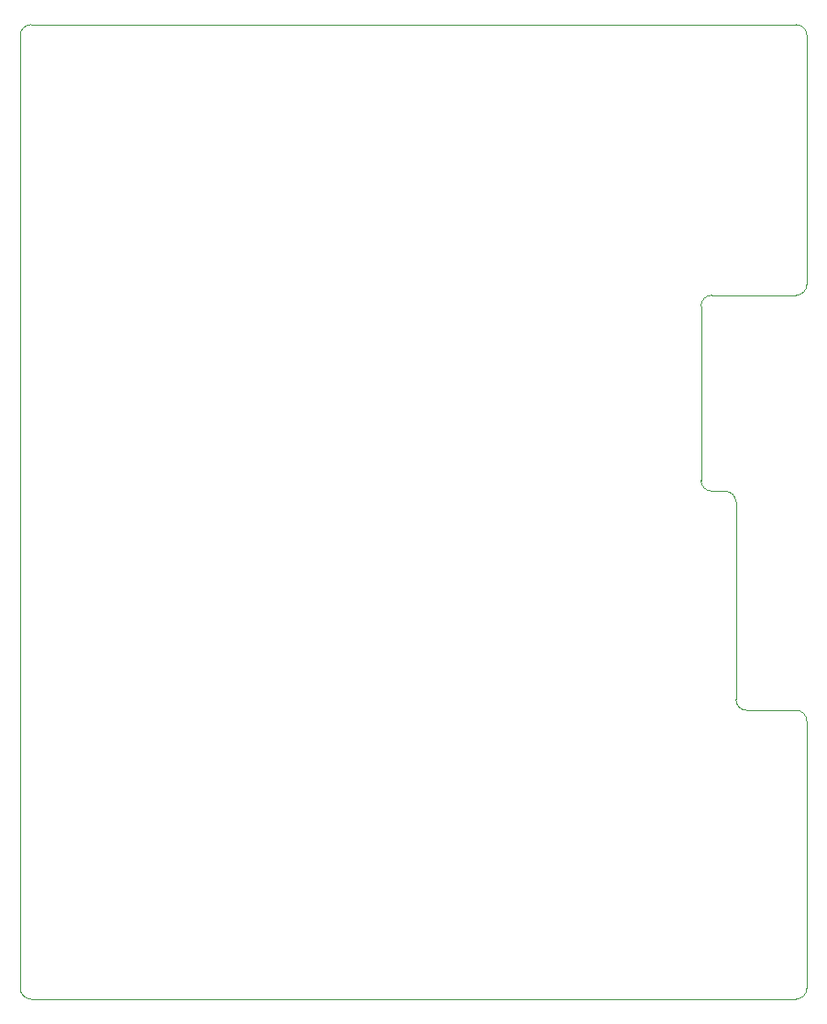
<source format=gm1>
G04 #@! TF.GenerationSoftware,KiCad,Pcbnew,7.0.8*
G04 #@! TF.CreationDate,2024-04-19T19:44:49-04:00*
G04 #@! TF.ProjectId,Aero_PDB,4165726f-5f50-4444-922e-6b696361645f,rev?*
G04 #@! TF.SameCoordinates,Original*
G04 #@! TF.FileFunction,Profile,NP*
%FSLAX46Y46*%
G04 Gerber Fmt 4.6, Leading zero omitted, Abs format (unit mm)*
G04 Created by KiCad (PCBNEW 7.0.8) date 2024-04-19 19:44:49*
%MOMM*%
%LPD*%
G01*
G04 APERTURE LIST*
G04 #@! TA.AperFunction,Profile*
%ADD10C,0.100000*%
G04 #@! TD*
G04 APERTURE END LIST*
D10*
X59893200Y-53451000D02*
X59893200Y-141367000D01*
X131537200Y-77419200D02*
G75*
G03*
X132537200Y-76419200I0J1000000D01*
G01*
X122758200Y-94504000D02*
G75*
G03*
X123758200Y-95504000I1000000J0D01*
G01*
X131537200Y-115722400D02*
X126984000Y-115722400D01*
X132537200Y-116722400D02*
G75*
G03*
X131537200Y-115722400I-1000000J0D01*
G01*
X123758200Y-95504000D02*
X124984000Y-95504000D01*
X122758200Y-94504000D02*
X122758200Y-78419200D01*
X123758200Y-77419200D02*
G75*
G03*
X122758200Y-78419200I0J-1000000D01*
G01*
X60893200Y-142367000D02*
X131537200Y-142367000D01*
X131537200Y-52451000D02*
X60893200Y-52451000D01*
X60893200Y-52451000D02*
G75*
G03*
X59893200Y-53451000I0J-1000000D01*
G01*
X125984000Y-114722400D02*
G75*
G03*
X126984000Y-115722400I1000000J0D01*
G01*
X125984000Y-96504000D02*
G75*
G03*
X124984000Y-95504000I-1000000J0D01*
G01*
X132537200Y-53451000D02*
G75*
G03*
X131537200Y-52451000I-1000000J0D01*
G01*
X125984000Y-114722400D02*
X125984000Y-96504000D01*
X123758200Y-77419200D02*
X131537200Y-77419200D01*
X132537200Y-141367000D02*
X132537200Y-116722400D01*
X59893200Y-141367000D02*
G75*
G03*
X60893200Y-142367000I1000000J0D01*
G01*
X132537200Y-76419200D02*
X132537200Y-53451000D01*
X131537200Y-142367000D02*
G75*
G03*
X132537200Y-141367000I0J1000000D01*
G01*
M02*

</source>
